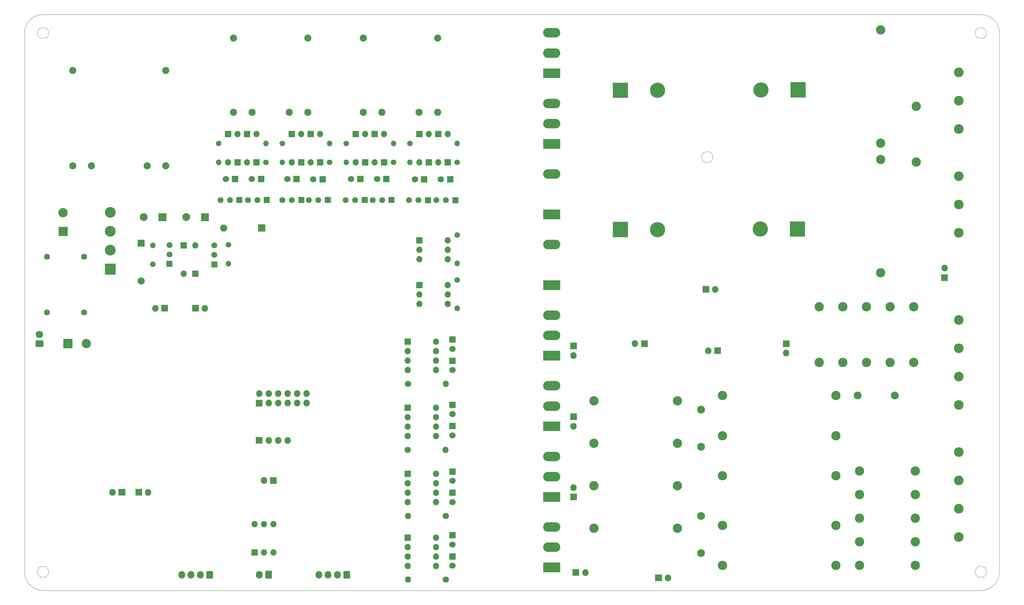
<source format=gbr>
%TF.GenerationSoftware,KiCad,Pcbnew,5.99.0-unknown-1f9723c~101~ubuntu18.04.1*%
%TF.CreationDate,2020-06-20T02:36:48+03:00*%
%TF.ProjectId,WaveUltrasonics,57617665-556c-4747-9261-736f6e696373,rev?*%
%TF.SameCoordinates,Original*%
%TF.FileFunction,Soldermask,Bot*%
%TF.FilePolarity,Negative*%
%FSLAX46Y46*%
G04 Gerber Fmt 4.6, Leading zero omitted, Abs format (unit mm)*
G04 Created by KiCad (PCBNEW 5.99.0-unknown-1f9723c~101~ubuntu18.04.1) date 2020-06-20 02:36:48*
%MOMM*%
%LPD*%
G01*
G04 APERTURE LIST*
%TA.AperFunction,Profile*%
%ADD10C,0.050000*%
%TD*%
%ADD11O,1.800000X1.800000*%
%ADD12C,1.624000*%
%ADD13C,1.900000*%
%ADD14O,1.700000X1.700000*%
%ADD15O,2.500000X2.500000*%
%ADD16C,2.500000*%
%ADD17O,1.500000X1.500000*%
%ADD18C,1.500000*%
%ADD19C,2.600000*%
%ADD20O,1.800000X2.050000*%
%ADD21O,1.800000X2.100000*%
%ADD22O,2.100000X1.800000*%
%ADD23C,2.100000*%
%ADD24C,4.100000*%
%ADD25C,1.600000*%
%ADD26C,1.700000*%
%ADD27O,4.600000X2.600000*%
%ADD28C,2.900000*%
%ADD29O,1.900000X1.900000*%
G04 APERTURE END LIST*
D10*
X246500000Y-96393000D02*
G75*
G03*
X246500000Y-96393000I-1500000J0D01*
G01*
X61500000Y-63000000D02*
G75*
G02*
X66500000Y-58000000I5000000J0D01*
G01*
X68000000Y-63000000D02*
G75*
G03*
X68000000Y-63000000I-1500000J0D01*
G01*
X68000000Y-208000000D02*
G75*
G03*
X68000000Y-208000000I-1500000J0D01*
G01*
X66500000Y-213000000D02*
G75*
G02*
X61500000Y-208000000I0J5000000D01*
G01*
X320000000Y-63000000D02*
G75*
G03*
X320000000Y-63000000I-1500000J0D01*
G01*
X320000000Y-208000000D02*
G75*
G03*
X320000000Y-208000000I-1500000J0D01*
G01*
X323500000Y-208000000D02*
G75*
G02*
X318500000Y-213000000I-5000000J0D01*
G01*
X318500000Y-58000000D02*
G75*
G02*
X323500000Y-63000000I0J-5000000D01*
G01*
X61500000Y-208000000D02*
X61500000Y-63000000D01*
X318500000Y-213000000D02*
X66500000Y-213000000D01*
X323500000Y-63000000D02*
X323500000Y-208000000D01*
X66500000Y-58000000D02*
X318500000Y-58000000D01*
D11*
%TO.C,J2*%
X137287000Y-160020000D03*
X137287000Y-162560000D03*
X134747000Y-160020000D03*
X134747000Y-162560000D03*
X132207000Y-160020000D03*
X132207000Y-162560000D03*
X129667000Y-160020000D03*
X129667000Y-162560000D03*
X127127000Y-160020000D03*
X127127000Y-162560000D03*
X124587000Y-160020000D03*
G36*
G01*
X125437000Y-163460000D02*
X123737000Y-163460000D01*
G75*
G02*
X123687000Y-163410000I0J50000D01*
G01*
X123687000Y-161710000D01*
G75*
G02*
X123737000Y-161660000I50000J0D01*
G01*
X125437000Y-161660000D01*
G75*
G02*
X125487000Y-161710000I0J-50000D01*
G01*
X125487000Y-163410000D01*
G75*
G02*
X125437000Y-163460000I-50000J0D01*
G01*
G37*
%TD*%
D12*
%TO.C,L1*%
X67517000Y-138183000D03*
X77517000Y-138183000D03*
X77517000Y-123183000D03*
X67517000Y-123183000D03*
%TD*%
D13*
%TO.C,T2*%
X74495000Y-98725250D03*
X79495000Y-98725250D03*
X94495000Y-98725250D03*
X99495000Y-98725250D03*
X99495000Y-73025250D03*
X74495000Y-73025250D03*
%TD*%
D14*
%TO.C,U15*%
X123317000Y-195135500D03*
X128397000Y-202755500D03*
X125857000Y-195135500D03*
X125857000Y-202755500D03*
X128397000Y-195135500D03*
G36*
G01*
X124117000Y-203605500D02*
X122517000Y-203605500D01*
G75*
G02*
X122467000Y-203555500I0J50000D01*
G01*
X122467000Y-201955500D01*
G75*
G02*
X122517000Y-201905500I50000J0D01*
G01*
X124117000Y-201905500D01*
G75*
G02*
X124167000Y-201955500I0J-50000D01*
G01*
X124167000Y-203555500D01*
G75*
G02*
X124117000Y-203605500I-50000J0D01*
G01*
G37*
%TD*%
D11*
%TO.C,TP14*%
X109982000Y-137033000D03*
G36*
G01*
X108292000Y-137933000D02*
X106592000Y-137933000D01*
G75*
G02*
X106542000Y-137883000I0J50000D01*
G01*
X106542000Y-136183000D01*
G75*
G02*
X106592000Y-136133000I50000J0D01*
G01*
X108292000Y-136133000D01*
G75*
G02*
X108342000Y-136183000I0J-50000D01*
G01*
X108342000Y-137883000D01*
G75*
G02*
X108292000Y-137933000I-50000J0D01*
G01*
G37*
%TD*%
%TO.C,TP13*%
X96647000Y-137033000D03*
G36*
G01*
X98337000Y-136133000D02*
X100037000Y-136133000D01*
G75*
G02*
X100087000Y-136183000I0J-50000D01*
G01*
X100087000Y-137883000D01*
G75*
G02*
X100037000Y-137933000I-50000J0D01*
G01*
X98337000Y-137933000D01*
G75*
G02*
X98287000Y-137883000I0J50000D01*
G01*
X98287000Y-136183000D01*
G75*
G02*
X98337000Y-136133000I50000J0D01*
G01*
G37*
%TD*%
D15*
%TO.C,R77*%
X249047000Y-171323000D03*
D16*
X279527000Y-171323000D03*
%TD*%
D15*
%TO.C,R76*%
X249047000Y-182118000D03*
D16*
X279527000Y-182118000D03*
%TD*%
D15*
%TO.C,R75*%
X249047000Y-160528000D03*
D16*
X279527000Y-160528000D03*
%TD*%
D15*
%TO.C,R74*%
X291592000Y-62103000D03*
D16*
X291592000Y-92583000D03*
%TD*%
D15*
%TO.C,R73*%
X291592000Y-127508000D03*
D16*
X291592000Y-97028000D03*
%TD*%
D17*
%TO.C,R2*%
X177800000Y-137033000D03*
D18*
X177800000Y-129413000D03*
%TD*%
D17*
%TO.C,R1*%
X177800000Y-124968000D03*
D18*
X177800000Y-117348000D03*
%TD*%
D19*
%TO.C,J10*%
X312547000Y-163068000D03*
X312547000Y-155448000D03*
X312547000Y-147828000D03*
X312547000Y-140208000D03*
%TD*%
%TO.C,J9*%
X312547000Y-198628000D03*
X312547000Y-191008000D03*
X312547000Y-183388000D03*
X312547000Y-175768000D03*
%TD*%
D20*
%TO.C,J8*%
X140582000Y-208788000D03*
X143082000Y-208788000D03*
X145582000Y-208788000D03*
G36*
G01*
X148982000Y-208027705D02*
X148982000Y-209548295D01*
G75*
G02*
X148717295Y-209813000I-264705J0D01*
G01*
X147446705Y-209813000D01*
G75*
G02*
X147182000Y-209548295I0J264705D01*
G01*
X147182000Y-208027705D01*
G75*
G02*
X147446705Y-207763000I264705J0D01*
G01*
X148717295Y-207763000D01*
G75*
G02*
X148982000Y-208027705I0J-264705D01*
G01*
G37*
%TD*%
D21*
%TO.C,J7*%
X124627000Y-208758000D03*
G36*
G01*
X128027000Y-207972705D02*
X128027000Y-209543295D01*
G75*
G02*
X127762295Y-209808000I-264705J0D01*
G01*
X126491705Y-209808000D01*
G75*
G02*
X126227000Y-209543295I0J264705D01*
G01*
X126227000Y-207972705D01*
G75*
G02*
X126491705Y-207708000I264705J0D01*
G01*
X127762295Y-207708000D01*
G75*
G02*
X128027000Y-207972705I0J-264705D01*
G01*
G37*
%TD*%
D20*
%TO.C,J6*%
X103752000Y-208788000D03*
X106252000Y-208788000D03*
X108752000Y-208788000D03*
G36*
G01*
X112152000Y-208027705D02*
X112152000Y-209548295D01*
G75*
G02*
X111887295Y-209813000I-264705J0D01*
G01*
X110616705Y-209813000D01*
G75*
G02*
X110352000Y-209548295I0J264705D01*
G01*
X110352000Y-208027705D01*
G75*
G02*
X110616705Y-207763000I264705J0D01*
G01*
X111887295Y-207763000D01*
G75*
G02*
X112152000Y-208027705I0J-264705D01*
G01*
G37*
%TD*%
D22*
%TO.C,J4*%
X65532000Y-144058000D03*
G36*
G01*
X66317295Y-147458000D02*
X64746705Y-147458000D01*
G75*
G02*
X64482000Y-147193295I0J264705D01*
G01*
X64482000Y-145922705D01*
G75*
G02*
X64746705Y-145658000I264705J0D01*
G01*
X66317295Y-145658000D01*
G75*
G02*
X66582000Y-145922705I0J-264705D01*
G01*
X66582000Y-147193295D01*
G75*
G02*
X66317295Y-147458000I-264705J0D01*
G01*
G37*
%TD*%
D16*
%TO.C,C76*%
X78152000Y-146558000D03*
G36*
G01*
X71902000Y-147758000D02*
X71902000Y-145358000D01*
G75*
G02*
X71952000Y-145308000I50000J0D01*
G01*
X74352000Y-145308000D01*
G75*
G02*
X74402000Y-145358000I0J-50000D01*
G01*
X74402000Y-147758000D01*
G75*
G02*
X74352000Y-147808000I-50000J0D01*
G01*
X71952000Y-147808000D01*
G75*
G02*
X71902000Y-147758000I0J50000D01*
G01*
G37*
%TD*%
D23*
%TO.C,C73*%
X285402000Y-160528000D03*
X295402000Y-160528000D03*
%TD*%
D16*
%TO.C,C72*%
X300877000Y-180848000D03*
X285877000Y-180848000D03*
%TD*%
D24*
%TO.C,C69*%
X259207000Y-115726000D03*
G36*
G01*
X271257000Y-113726000D02*
X271257000Y-117726000D01*
G75*
G02*
X271207000Y-117776000I-50000J0D01*
G01*
X267207000Y-117776000D01*
G75*
G02*
X267157000Y-117726000I0J50000D01*
G01*
X267157000Y-113726000D01*
G75*
G02*
X267207000Y-113676000I50000J0D01*
G01*
X271207000Y-113676000D01*
G75*
G02*
X271257000Y-113726000I0J-50000D01*
G01*
G37*
%TD*%
D16*
%TO.C,C35*%
X300877000Y-206248000D03*
X285877000Y-206248000D03*
%TD*%
%TO.C,C33*%
X300877000Y-199898000D03*
X285877000Y-199898000D03*
%TD*%
%TO.C,C31*%
X300877000Y-193548000D03*
X285877000Y-193548000D03*
%TD*%
%TO.C,C29*%
X300877000Y-187198000D03*
X285877000Y-187198000D03*
%TD*%
D11*
%TO.C,J5*%
X132207000Y-172593000D03*
X129667000Y-172593000D03*
X127127000Y-172593000D03*
G36*
G01*
X125437000Y-173493000D02*
X123737000Y-173493000D01*
G75*
G02*
X123687000Y-173443000I0J50000D01*
G01*
X123687000Y-171743000D01*
G75*
G02*
X123737000Y-171693000I50000J0D01*
G01*
X125437000Y-171693000D01*
G75*
G02*
X125487000Y-171743000I0J-50000D01*
G01*
X125487000Y-173443000D01*
G75*
G02*
X125437000Y-173493000I-50000J0D01*
G01*
G37*
%TD*%
D14*
%TO.C,U8*%
X172085000Y-146050000D03*
X164465000Y-153670000D03*
X172085000Y-148590000D03*
X164465000Y-151130000D03*
X172085000Y-151130000D03*
X164465000Y-148590000D03*
X172085000Y-153670000D03*
G36*
G01*
X163615000Y-146850000D02*
X163615000Y-145250000D01*
G75*
G02*
X163665000Y-145200000I50000J0D01*
G01*
X165265000Y-145200000D01*
G75*
G02*
X165315000Y-145250000I0J-50000D01*
G01*
X165315000Y-146850000D01*
G75*
G02*
X165265000Y-146900000I-50000J0D01*
G01*
X163665000Y-146900000D01*
G75*
G02*
X163615000Y-146850000I0J50000D01*
G01*
G37*
%TD*%
%TO.C,Q14*%
G36*
G01*
X118503000Y-107110000D02*
X120003000Y-107110000D01*
G75*
G02*
X120053000Y-107160000I0J-50000D01*
G01*
X120053000Y-108660000D01*
G75*
G02*
X120003000Y-108710000I-50000J0D01*
G01*
X118503000Y-108710000D01*
G75*
G02*
X118453000Y-108660000I0J50000D01*
G01*
X118453000Y-107160000D01*
G75*
G02*
X118503000Y-107110000I50000J0D01*
G01*
G37*
D25*
X114173000Y-107910000D03*
X116713000Y-107910000D03*
%TD*%
%TO.C,Q13*%
G36*
G01*
X125869000Y-107110000D02*
X127369000Y-107110000D01*
G75*
G02*
X127419000Y-107160000I0J-50000D01*
G01*
X127419000Y-108660000D01*
G75*
G02*
X127369000Y-108710000I-50000J0D01*
G01*
X125869000Y-108710000D01*
G75*
G02*
X125819000Y-108660000I0J50000D01*
G01*
X125819000Y-107160000D01*
G75*
G02*
X125869000Y-107110000I50000J0D01*
G01*
G37*
X121539000Y-107910000D03*
X124079000Y-107910000D03*
%TD*%
%TO.C,Q12*%
G36*
G01*
X135140000Y-107110000D02*
X136640000Y-107110000D01*
G75*
G02*
X136690000Y-107160000I0J-50000D01*
G01*
X136690000Y-108660000D01*
G75*
G02*
X136640000Y-108710000I-50000J0D01*
G01*
X135140000Y-108710000D01*
G75*
G02*
X135090000Y-108660000I0J50000D01*
G01*
X135090000Y-107160000D01*
G75*
G02*
X135140000Y-107110000I50000J0D01*
G01*
G37*
X130810000Y-107910000D03*
X133350000Y-107910000D03*
%TD*%
%TO.C,Q11*%
G36*
G01*
X142252000Y-107110000D02*
X143752000Y-107110000D01*
G75*
G02*
X143802000Y-107160000I0J-50000D01*
G01*
X143802000Y-108660000D01*
G75*
G02*
X143752000Y-108710000I-50000J0D01*
G01*
X142252000Y-108710000D01*
G75*
G02*
X142202000Y-108660000I0J50000D01*
G01*
X142202000Y-107160000D01*
G75*
G02*
X142252000Y-107110000I50000J0D01*
G01*
G37*
X137922000Y-107910000D03*
X140462000Y-107910000D03*
%TD*%
%TO.C,Q10*%
G36*
G01*
X152158000Y-107110000D02*
X153658000Y-107110000D01*
G75*
G02*
X153708000Y-107160000I0J-50000D01*
G01*
X153708000Y-108660000D01*
G75*
G02*
X153658000Y-108710000I-50000J0D01*
G01*
X152158000Y-108710000D01*
G75*
G02*
X152108000Y-108660000I0J50000D01*
G01*
X152108000Y-107160000D01*
G75*
G02*
X152158000Y-107110000I50000J0D01*
G01*
G37*
X147828000Y-107910000D03*
X150368000Y-107910000D03*
%TD*%
%TO.C,Q9*%
G36*
G01*
X159397000Y-107110000D02*
X160897000Y-107110000D01*
G75*
G02*
X160947000Y-107160000I0J-50000D01*
G01*
X160947000Y-108660000D01*
G75*
G02*
X160897000Y-108710000I-50000J0D01*
G01*
X159397000Y-108710000D01*
G75*
G02*
X159347000Y-108660000I0J50000D01*
G01*
X159347000Y-107160000D01*
G75*
G02*
X159397000Y-107110000I50000J0D01*
G01*
G37*
X155067000Y-107910000D03*
X157607000Y-107910000D03*
%TD*%
%TO.C,Q8*%
G36*
G01*
X169176000Y-107150000D02*
X170676000Y-107150000D01*
G75*
G02*
X170726000Y-107200000I0J-50000D01*
G01*
X170726000Y-108700000D01*
G75*
G02*
X170676000Y-108750000I-50000J0D01*
G01*
X169176000Y-108750000D01*
G75*
G02*
X169126000Y-108700000I0J50000D01*
G01*
X169126000Y-107200000D01*
G75*
G02*
X169176000Y-107150000I50000J0D01*
G01*
G37*
X164846000Y-107950000D03*
X167386000Y-107950000D03*
%TD*%
%TO.C,Q7*%
G36*
G01*
X176542000Y-107150000D02*
X178042000Y-107150000D01*
G75*
G02*
X178092000Y-107200000I0J-50000D01*
G01*
X178092000Y-108700000D01*
G75*
G02*
X178042000Y-108750000I-50000J0D01*
G01*
X176542000Y-108750000D01*
G75*
G02*
X176492000Y-108700000I0J50000D01*
G01*
X176492000Y-107200000D01*
G75*
G02*
X176542000Y-107150000I50000J0D01*
G01*
G37*
X172212000Y-107950000D03*
X174752000Y-107950000D03*
%TD*%
%TO.C,Q6*%
G36*
G01*
X101257000Y-124368250D02*
X101257000Y-125868250D01*
G75*
G02*
X101207000Y-125918250I-50000J0D01*
G01*
X99707000Y-125918250D01*
G75*
G02*
X99657000Y-125868250I0J50000D01*
G01*
X99657000Y-124368250D01*
G75*
G02*
X99707000Y-124318250I50000J0D01*
G01*
X101207000Y-124318250D01*
G75*
G02*
X101257000Y-124368250I0J-50000D01*
G01*
G37*
X100457000Y-120038250D03*
X100457000Y-122578250D03*
%TD*%
%TO.C,Q5*%
G36*
G01*
X113322000Y-124495250D02*
X113322000Y-125995250D01*
G75*
G02*
X113272000Y-126045250I-50000J0D01*
G01*
X111772000Y-126045250D01*
G75*
G02*
X111722000Y-125995250I0J50000D01*
G01*
X111722000Y-124495250D01*
G75*
G02*
X111772000Y-124445250I50000J0D01*
G01*
X113272000Y-124445250D01*
G75*
G02*
X113322000Y-124495250I0J-50000D01*
G01*
G37*
X112522000Y-120165250D03*
X112522000Y-122705250D03*
%TD*%
D11*
%TO.C,TP12*%
X125857000Y-183388000D03*
G36*
G01*
X127547000Y-182488000D02*
X129247000Y-182488000D01*
G75*
G02*
X129297000Y-182538000I0J-50000D01*
G01*
X129297000Y-184238000D01*
G75*
G02*
X129247000Y-184288000I-50000J0D01*
G01*
X127547000Y-184288000D01*
G75*
G02*
X127497000Y-184238000I0J50000D01*
G01*
X127497000Y-182538000D01*
G75*
G02*
X127547000Y-182488000I50000J0D01*
G01*
G37*
%TD*%
D16*
%TO.C,C38*%
X214482000Y-196215000D03*
X236982000Y-196215000D03*
%TD*%
%TO.C,C21*%
X214482000Y-173355000D03*
X236982000Y-173355000D03*
%TD*%
D24*
%TO.C,C3*%
X231615000Y-78388000D03*
G36*
G01*
X219565000Y-80388000D02*
X219565000Y-76388000D01*
G75*
G02*
X219615000Y-76338000I50000J0D01*
G01*
X223615000Y-76338000D01*
G75*
G02*
X223665000Y-76388000I0J-50000D01*
G01*
X223665000Y-80388000D01*
G75*
G02*
X223615000Y-80438000I-50000J0D01*
G01*
X219615000Y-80438000D01*
G75*
G02*
X219565000Y-80388000I0J50000D01*
G01*
G37*
%TD*%
%TO.C,C2*%
G36*
G01*
X271417000Y-76261000D02*
X271417000Y-80261000D01*
G75*
G02*
X271367000Y-80311000I-50000J0D01*
G01*
X267367000Y-80311000D01*
G75*
G02*
X267317000Y-80261000I0J50000D01*
G01*
X267317000Y-76261000D01*
G75*
G02*
X267367000Y-76211000I50000J0D01*
G01*
X271367000Y-76211000D01*
G75*
G02*
X271417000Y-76261000I0J-50000D01*
G01*
G37*
X259367000Y-78261000D03*
%TD*%
%TO.C,C1*%
X231615000Y-115853000D03*
G36*
G01*
X219565000Y-117853000D02*
X219565000Y-113853000D01*
G75*
G02*
X219615000Y-113803000I50000J0D01*
G01*
X223615000Y-113803000D01*
G75*
G02*
X223665000Y-113853000I0J-50000D01*
G01*
X223665000Y-117853000D01*
G75*
G02*
X223615000Y-117903000I-50000J0D01*
G01*
X219615000Y-117903000D01*
G75*
G02*
X219565000Y-117853000I0J50000D01*
G01*
G37*
%TD*%
D11*
%TO.C,TP11*%
X308737000Y-126238000D03*
G36*
G01*
X309637000Y-127928000D02*
X309637000Y-129628000D01*
G75*
G02*
X309587000Y-129678000I-50000J0D01*
G01*
X307887000Y-129678000D01*
G75*
G02*
X307837000Y-129628000I0J50000D01*
G01*
X307837000Y-127928000D01*
G75*
G02*
X307887000Y-127878000I50000J0D01*
G01*
X309587000Y-127878000D01*
G75*
G02*
X309637000Y-127928000I0J-50000D01*
G01*
G37*
%TD*%
%TO.C,TP10*%
X212217000Y-208153000D03*
G36*
G01*
X210527000Y-209053000D02*
X208827000Y-209053000D01*
G75*
G02*
X208777000Y-209003000I0J50000D01*
G01*
X208777000Y-207303000D01*
G75*
G02*
X208827000Y-207253000I50000J0D01*
G01*
X210527000Y-207253000D01*
G75*
G02*
X210577000Y-207303000I0J-50000D01*
G01*
X210577000Y-209003000D01*
G75*
G02*
X210527000Y-209053000I-50000J0D01*
G01*
G37*
%TD*%
%TO.C,TP9*%
X209042000Y-185293000D03*
G36*
G01*
X209942000Y-186983000D02*
X209942000Y-188683000D01*
G75*
G02*
X209892000Y-188733000I-50000J0D01*
G01*
X208192000Y-188733000D01*
G75*
G02*
X208142000Y-188683000I0J50000D01*
G01*
X208142000Y-186983000D01*
G75*
G02*
X208192000Y-186933000I50000J0D01*
G01*
X209892000Y-186933000D01*
G75*
G02*
X209942000Y-186983000I0J-50000D01*
G01*
G37*
%TD*%
%TO.C,TP8*%
X234417000Y-209583000D03*
G36*
G01*
X232727000Y-210483000D02*
X231027000Y-210483000D01*
G75*
G02*
X230977000Y-210433000I0J50000D01*
G01*
X230977000Y-208733000D01*
G75*
G02*
X231027000Y-208683000I50000J0D01*
G01*
X232727000Y-208683000D01*
G75*
G02*
X232777000Y-208733000I0J-50000D01*
G01*
X232777000Y-210433000D01*
G75*
G02*
X232727000Y-210483000I-50000J0D01*
G01*
G37*
%TD*%
%TO.C,TP7*%
X245237000Y-148463000D03*
G36*
G01*
X246927000Y-147563000D02*
X248627000Y-147563000D01*
G75*
G02*
X248677000Y-147613000I0J-50000D01*
G01*
X248677000Y-149313000D01*
G75*
G02*
X248627000Y-149363000I-50000J0D01*
G01*
X246927000Y-149363000D01*
G75*
G02*
X246877000Y-149313000I0J50000D01*
G01*
X246877000Y-147613000D01*
G75*
G02*
X246927000Y-147563000I50000J0D01*
G01*
G37*
%TD*%
%TO.C,TP6*%
X266192000Y-149098000D03*
G36*
G01*
X265292000Y-147408000D02*
X265292000Y-145708000D01*
G75*
G02*
X265342000Y-145658000I50000J0D01*
G01*
X267042000Y-145658000D01*
G75*
G02*
X267092000Y-145708000I0J-50000D01*
G01*
X267092000Y-147408000D01*
G75*
G02*
X267042000Y-147458000I-50000J0D01*
G01*
X265342000Y-147458000D01*
G75*
G02*
X265292000Y-147408000I0J50000D01*
G01*
G37*
%TD*%
%TO.C,TP5*%
X209042000Y-168783000D03*
G36*
G01*
X208142000Y-167093000D02*
X208142000Y-165393000D01*
G75*
G02*
X208192000Y-165343000I50000J0D01*
G01*
X209892000Y-165343000D01*
G75*
G02*
X209942000Y-165393000I0J-50000D01*
G01*
X209942000Y-167093000D01*
G75*
G02*
X209892000Y-167143000I-50000J0D01*
G01*
X208192000Y-167143000D01*
G75*
G02*
X208142000Y-167093000I0J50000D01*
G01*
G37*
%TD*%
%TO.C,TP4*%
X209042000Y-149733000D03*
G36*
G01*
X208142000Y-148043000D02*
X208142000Y-146343000D01*
G75*
G02*
X208192000Y-146293000I50000J0D01*
G01*
X209892000Y-146293000D01*
G75*
G02*
X209942000Y-146343000I0J-50000D01*
G01*
X209942000Y-148043000D01*
G75*
G02*
X209892000Y-148093000I-50000J0D01*
G01*
X208192000Y-148093000D01*
G75*
G02*
X208142000Y-148043000I0J50000D01*
G01*
G37*
%TD*%
%TO.C,TP3*%
X225552000Y-146558000D03*
G36*
G01*
X227242000Y-145658000D02*
X228942000Y-145658000D01*
G75*
G02*
X228992000Y-145708000I0J-50000D01*
G01*
X228992000Y-147408000D01*
G75*
G02*
X228942000Y-147458000I-50000J0D01*
G01*
X227242000Y-147458000D01*
G75*
G02*
X227192000Y-147408000I0J50000D01*
G01*
X227192000Y-145708000D01*
G75*
G02*
X227242000Y-145658000I50000J0D01*
G01*
G37*
%TD*%
%TO.C,TP2*%
X94742000Y-186563000D03*
G36*
G01*
X93052000Y-187463000D02*
X91352000Y-187463000D01*
G75*
G02*
X91302000Y-187413000I0J50000D01*
G01*
X91302000Y-185713000D01*
G75*
G02*
X91352000Y-185663000I50000J0D01*
G01*
X93052000Y-185663000D01*
G75*
G02*
X93102000Y-185713000I0J-50000D01*
G01*
X93102000Y-187413000D01*
G75*
G02*
X93052000Y-187463000I-50000J0D01*
G01*
G37*
%TD*%
%TO.C,TP1*%
X247142000Y-131953000D03*
G36*
G01*
X245452000Y-132853000D02*
X243752000Y-132853000D01*
G75*
G02*
X243702000Y-132803000I0J50000D01*
G01*
X243702000Y-131103000D01*
G75*
G02*
X243752000Y-131053000I50000J0D01*
G01*
X245452000Y-131053000D01*
G75*
G02*
X245502000Y-131103000I0J-50000D01*
G01*
X245502000Y-132803000D01*
G75*
G02*
X245452000Y-132853000I-50000J0D01*
G01*
G37*
%TD*%
D15*
%TO.C,R25*%
X249047000Y-195453000D03*
D16*
X279527000Y-195453000D03*
%TD*%
D15*
%TO.C,R19*%
X249047000Y-206248000D03*
D16*
X279527000Y-206248000D03*
%TD*%
D11*
%TO.C,JP1*%
X85142000Y-186563000D03*
G36*
G01*
X86832000Y-185663000D02*
X88532000Y-185663000D01*
G75*
G02*
X88582000Y-185713000I0J-50000D01*
G01*
X88582000Y-187413000D01*
G75*
G02*
X88532000Y-187463000I-50000J0D01*
G01*
X86832000Y-187463000D01*
G75*
G02*
X86782000Y-187413000I0J50000D01*
G01*
X86782000Y-185713000D01*
G75*
G02*
X86832000Y-185663000I50000J0D01*
G01*
G37*
%TD*%
D23*
%TO.C,C37*%
X243332000Y-202913000D03*
X243332000Y-192913000D03*
%TD*%
D16*
%TO.C,C34*%
X294132000Y-136638000D03*
X294132000Y-151638000D03*
%TD*%
%TO.C,C32*%
X281432000Y-136638000D03*
X281432000Y-151638000D03*
%TD*%
%TO.C,C30*%
X300482000Y-136638000D03*
X300482000Y-151638000D03*
%TD*%
%TO.C,C28*%
X287782000Y-136638000D03*
X287782000Y-151638000D03*
%TD*%
%TO.C,C27*%
X275082000Y-136638000D03*
X275082000Y-151638000D03*
%TD*%
%TO.C,C25*%
X301117000Y-82663000D03*
X301117000Y-97663000D03*
%TD*%
D23*
%TO.C,C23*%
X243332000Y-174338000D03*
X243332000Y-164338000D03*
%TD*%
D14*
%TO.C,U11*%
X172085000Y-198755000D03*
X164465000Y-206375000D03*
X172085000Y-201295000D03*
X164465000Y-203835000D03*
X172085000Y-203835000D03*
X164465000Y-201295000D03*
X172085000Y-206375000D03*
G36*
G01*
X163615000Y-199555000D02*
X163615000Y-197955000D01*
G75*
G02*
X163665000Y-197905000I50000J0D01*
G01*
X165265000Y-197905000D01*
G75*
G02*
X165315000Y-197955000I0J-50000D01*
G01*
X165315000Y-199555000D01*
G75*
G02*
X165265000Y-199605000I-50000J0D01*
G01*
X163665000Y-199605000D01*
G75*
G02*
X163615000Y-199555000I0J50000D01*
G01*
G37*
%TD*%
%TO.C,U10*%
X172085000Y-181610000D03*
X164465000Y-189230000D03*
X172085000Y-184150000D03*
X164465000Y-186690000D03*
X172085000Y-186690000D03*
X164465000Y-184150000D03*
X172085000Y-189230000D03*
G36*
G01*
X163615000Y-182410000D02*
X163615000Y-180810000D01*
G75*
G02*
X163665000Y-180760000I50000J0D01*
G01*
X165265000Y-180760000D01*
G75*
G02*
X165315000Y-180810000I0J-50000D01*
G01*
X165315000Y-182410000D01*
G75*
G02*
X165265000Y-182460000I-50000J0D01*
G01*
X163665000Y-182460000D01*
G75*
G02*
X163615000Y-182410000I0J50000D01*
G01*
G37*
%TD*%
%TO.C,U9*%
X172085000Y-163830000D03*
X164465000Y-171450000D03*
X172085000Y-166370000D03*
X164465000Y-168910000D03*
X172085000Y-168910000D03*
X164465000Y-166370000D03*
X172085000Y-171450000D03*
G36*
G01*
X163615000Y-164630000D02*
X163615000Y-163030000D01*
G75*
G02*
X163665000Y-162980000I50000J0D01*
G01*
X165265000Y-162980000D01*
G75*
G02*
X165315000Y-163030000I0J-50000D01*
G01*
X165315000Y-164630000D01*
G75*
G02*
X165265000Y-164680000I-50000J0D01*
G01*
X163665000Y-164680000D01*
G75*
G02*
X163615000Y-164630000I0J50000D01*
G01*
G37*
%TD*%
%TO.C,U2*%
X175260000Y-130810000D03*
X167640000Y-135890000D03*
X175260000Y-133350000D03*
X167640000Y-133350000D03*
X175260000Y-135890000D03*
G36*
G01*
X166790000Y-131610000D02*
X166790000Y-130010000D01*
G75*
G02*
X166840000Y-129960000I50000J0D01*
G01*
X168440000Y-129960000D01*
G75*
G02*
X168490000Y-130010000I0J-50000D01*
G01*
X168490000Y-131610000D01*
G75*
G02*
X168440000Y-131660000I-50000J0D01*
G01*
X166840000Y-131660000D01*
G75*
G02*
X166790000Y-131610000I0J50000D01*
G01*
G37*
%TD*%
%TO.C,U1*%
X175260000Y-118745000D03*
X167640000Y-123825000D03*
X175260000Y-121285000D03*
X167640000Y-121285000D03*
X175260000Y-123825000D03*
G36*
G01*
X166790000Y-119545000D02*
X166790000Y-117945000D01*
G75*
G02*
X166840000Y-117895000I50000J0D01*
G01*
X168440000Y-117895000D01*
G75*
G02*
X168490000Y-117945000I0J-50000D01*
G01*
X168490000Y-119545000D01*
G75*
G02*
X168440000Y-119595000I-50000J0D01*
G01*
X166840000Y-119595000D01*
G75*
G02*
X166790000Y-119545000I0J50000D01*
G01*
G37*
%TD*%
D13*
%TO.C,T4*%
X117635000Y-84295000D03*
X122635000Y-84295000D03*
X132635000Y-84295000D03*
X137635000Y-84295000D03*
X137635000Y-64295000D03*
X117635000Y-64295000D03*
%TD*%
%TO.C,T3*%
X152560000Y-84295000D03*
X157560000Y-84295000D03*
X167560000Y-84295000D03*
X172560000Y-84295000D03*
X172560000Y-64295000D03*
X152560000Y-64295000D03*
%TD*%
D17*
%TO.C,R46*%
X113665000Y-97750000D03*
D18*
X113665000Y-92670000D03*
%TD*%
D17*
%TO.C,R45*%
X126365000Y-92710000D03*
D18*
X126365000Y-97790000D03*
%TD*%
D17*
%TO.C,R44*%
X130810000Y-97750000D03*
D18*
X130810000Y-92670000D03*
%TD*%
D17*
%TO.C,R43*%
X143510000Y-92710000D03*
D18*
X143510000Y-97790000D03*
%TD*%
D17*
%TO.C,R42*%
X147955000Y-97750000D03*
D18*
X147955000Y-92670000D03*
%TD*%
D17*
%TO.C,R41*%
X160655000Y-92710000D03*
D18*
X160655000Y-97790000D03*
%TD*%
D17*
%TO.C,R40*%
X165100000Y-97790000D03*
D18*
X165100000Y-92710000D03*
%TD*%
D17*
%TO.C,R39*%
X177800000Y-92710000D03*
D18*
X177800000Y-97790000D03*
%TD*%
D17*
%TO.C,R38*%
X96012000Y-120165250D03*
D18*
X96012000Y-125245250D03*
%TD*%
D17*
%TO.C,R37*%
X116332000Y-125080000D03*
D18*
X116332000Y-120000000D03*
%TD*%
D14*
%TO.C,R32*%
X164592000Y-210058000D03*
D26*
X174752000Y-210058000D03*
%TD*%
D14*
%TO.C,R31*%
X164592000Y-192913000D03*
D26*
X174752000Y-192913000D03*
%TD*%
D14*
%TO.C,R15*%
X174625000Y-175133000D03*
D26*
X164465000Y-175133000D03*
%TD*%
D14*
%TO.C,R14*%
X174752000Y-157353000D03*
D26*
X164592000Y-157353000D03*
%TD*%
%TO.C,Q4*%
G36*
G01*
X205450000Y-208110000D02*
X200950000Y-208110000D01*
G75*
G02*
X200900000Y-208060000I0J50000D01*
G01*
X200900000Y-205560000D01*
G75*
G02*
X200950000Y-205510000I50000J0D01*
G01*
X205450000Y-205510000D01*
G75*
G02*
X205500000Y-205560000I0J-50000D01*
G01*
X205500000Y-208060000D01*
G75*
G02*
X205450000Y-208110000I-50000J0D01*
G01*
G37*
D27*
X203200000Y-201360000D03*
X203200000Y-195910000D03*
%TD*%
%TO.C,Q3*%
X203200000Y-176910000D03*
X203200000Y-182360000D03*
G36*
G01*
X205450000Y-189110000D02*
X200950000Y-189110000D01*
G75*
G02*
X200900000Y-189060000I0J50000D01*
G01*
X200900000Y-186560000D01*
G75*
G02*
X200950000Y-186510000I50000J0D01*
G01*
X205450000Y-186510000D01*
G75*
G02*
X205500000Y-186560000I0J-50000D01*
G01*
X205500000Y-189060000D01*
G75*
G02*
X205450000Y-189110000I-50000J0D01*
G01*
G37*
%TD*%
%TO.C,Q2*%
X203200000Y-157910000D03*
X203200000Y-163360000D03*
G36*
G01*
X205450000Y-170110000D02*
X200950000Y-170110000D01*
G75*
G02*
X200900000Y-170060000I0J50000D01*
G01*
X200900000Y-167560000D01*
G75*
G02*
X200950000Y-167510000I50000J0D01*
G01*
X205450000Y-167510000D01*
G75*
G02*
X205500000Y-167560000I0J-50000D01*
G01*
X205500000Y-170060000D01*
G75*
G02*
X205450000Y-170110000I-50000J0D01*
G01*
G37*
%TD*%
%TO.C,Q1*%
X203200000Y-138910000D03*
X203200000Y-144360000D03*
G36*
G01*
X205450000Y-151110000D02*
X200950000Y-151110000D01*
G75*
G02*
X200900000Y-151060000I0J50000D01*
G01*
X200900000Y-148560000D01*
G75*
G02*
X200950000Y-148510000I50000J0D01*
G01*
X205450000Y-148510000D01*
G75*
G02*
X205500000Y-148560000I0J-50000D01*
G01*
X205500000Y-151060000D01*
G75*
G02*
X205450000Y-151110000I-50000J0D01*
G01*
G37*
%TD*%
D19*
%TO.C,J3*%
X312547000Y-116713000D03*
X312547000Y-109093000D03*
X312547000Y-101473000D03*
%TD*%
%TO.C,J1*%
X312547000Y-88773000D03*
X312547000Y-81153000D03*
X312547000Y-73533000D03*
%TD*%
D14*
%TO.C,D25*%
X118745000Y-90170000D03*
G36*
G01*
X119545000Y-98640000D02*
X117945000Y-98640000D01*
G75*
G02*
X117895000Y-98590000I0J50000D01*
G01*
X117895000Y-96990000D01*
G75*
G02*
X117945000Y-96940000I50000J0D01*
G01*
X119545000Y-96940000D01*
G75*
G02*
X119595000Y-96990000I0J-50000D01*
G01*
X119595000Y-98590000D01*
G75*
G02*
X119545000Y-98640000I-50000J0D01*
G01*
G37*
%TD*%
%TO.C,D24*%
X121285000Y-97790000D03*
G36*
G01*
X120485000Y-89320000D02*
X122085000Y-89320000D01*
G75*
G02*
X122135000Y-89370000I0J-50000D01*
G01*
X122135000Y-90970000D01*
G75*
G02*
X122085000Y-91020000I-50000J0D01*
G01*
X120485000Y-91020000D01*
G75*
G02*
X120435000Y-90970000I0J50000D01*
G01*
X120435000Y-89370000D01*
G75*
G02*
X120485000Y-89320000I50000J0D01*
G01*
G37*
%TD*%
%TO.C,D23*%
X135890000Y-90130000D03*
G36*
G01*
X136690000Y-98600000D02*
X135090000Y-98600000D01*
G75*
G02*
X135040000Y-98550000I0J50000D01*
G01*
X135040000Y-96950000D01*
G75*
G02*
X135090000Y-96900000I50000J0D01*
G01*
X136690000Y-96900000D01*
G75*
G02*
X136740000Y-96950000I0J-50000D01*
G01*
X136740000Y-98550000D01*
G75*
G02*
X136690000Y-98600000I-50000J0D01*
G01*
G37*
%TD*%
%TO.C,D22*%
X138430000Y-97790000D03*
G36*
G01*
X137630000Y-89320000D02*
X139230000Y-89320000D01*
G75*
G02*
X139280000Y-89370000I0J-50000D01*
G01*
X139280000Y-90970000D01*
G75*
G02*
X139230000Y-91020000I-50000J0D01*
G01*
X137630000Y-91020000D01*
G75*
G02*
X137580000Y-90970000I0J50000D01*
G01*
X137580000Y-89370000D01*
G75*
G02*
X137630000Y-89320000I50000J0D01*
G01*
G37*
%TD*%
%TO.C,D21*%
X153035000Y-90170000D03*
G36*
G01*
X153835000Y-98640000D02*
X152235000Y-98640000D01*
G75*
G02*
X152185000Y-98590000I0J50000D01*
G01*
X152185000Y-96990000D01*
G75*
G02*
X152235000Y-96940000I50000J0D01*
G01*
X153835000Y-96940000D01*
G75*
G02*
X153885000Y-96990000I0J-50000D01*
G01*
X153885000Y-98590000D01*
G75*
G02*
X153835000Y-98640000I-50000J0D01*
G01*
G37*
%TD*%
%TO.C,D20*%
X155575000Y-97790000D03*
G36*
G01*
X154775000Y-89320000D02*
X156375000Y-89320000D01*
G75*
G02*
X156425000Y-89370000I0J-50000D01*
G01*
X156425000Y-90970000D01*
G75*
G02*
X156375000Y-91020000I-50000J0D01*
G01*
X154775000Y-91020000D01*
G75*
G02*
X154725000Y-90970000I0J50000D01*
G01*
X154725000Y-89370000D01*
G75*
G02*
X154775000Y-89320000I50000J0D01*
G01*
G37*
%TD*%
%TO.C,D19*%
X170180000Y-90170000D03*
G36*
G01*
X170980000Y-98640000D02*
X169380000Y-98640000D01*
G75*
G02*
X169330000Y-98590000I0J50000D01*
G01*
X169330000Y-96990000D01*
G75*
G02*
X169380000Y-96940000I50000J0D01*
G01*
X170980000Y-96940000D01*
G75*
G02*
X171030000Y-96990000I0J-50000D01*
G01*
X171030000Y-98590000D01*
G75*
G02*
X170980000Y-98640000I-50000J0D01*
G01*
G37*
%TD*%
%TO.C,D18*%
X172720000Y-97790000D03*
G36*
G01*
X171920000Y-89320000D02*
X173520000Y-89320000D01*
G75*
G02*
X173570000Y-89370000I0J-50000D01*
G01*
X173570000Y-90970000D01*
G75*
G02*
X173520000Y-91020000I-50000J0D01*
G01*
X171920000Y-91020000D01*
G75*
G02*
X171870000Y-90970000I0J50000D01*
G01*
X171870000Y-89370000D01*
G75*
G02*
X171920000Y-89320000I50000J0D01*
G01*
G37*
%TD*%
%TO.C,D17*%
X116205000Y-97750000D03*
G36*
G01*
X115405000Y-89280000D02*
X117005000Y-89280000D01*
G75*
G02*
X117055000Y-89330000I0J-50000D01*
G01*
X117055000Y-90930000D01*
G75*
G02*
X117005000Y-90980000I-50000J0D01*
G01*
X115405000Y-90980000D01*
G75*
G02*
X115355000Y-90930000I0J50000D01*
G01*
X115355000Y-89330000D01*
G75*
G02*
X115405000Y-89280000I50000J0D01*
G01*
G37*
%TD*%
%TO.C,D16*%
X123825000Y-90130000D03*
G36*
G01*
X124625000Y-98600000D02*
X123025000Y-98600000D01*
G75*
G02*
X122975000Y-98550000I0J50000D01*
G01*
X122975000Y-96950000D01*
G75*
G02*
X123025000Y-96900000I50000J0D01*
G01*
X124625000Y-96900000D01*
G75*
G02*
X124675000Y-96950000I0J-50000D01*
G01*
X124675000Y-98550000D01*
G75*
G02*
X124625000Y-98600000I-50000J0D01*
G01*
G37*
%TD*%
%TO.C,D15*%
X133350000Y-97750000D03*
G36*
G01*
X132550000Y-89280000D02*
X134150000Y-89280000D01*
G75*
G02*
X134200000Y-89330000I0J-50000D01*
G01*
X134200000Y-90930000D01*
G75*
G02*
X134150000Y-90980000I-50000J0D01*
G01*
X132550000Y-90980000D01*
G75*
G02*
X132500000Y-90930000I0J50000D01*
G01*
X132500000Y-89330000D01*
G75*
G02*
X132550000Y-89280000I50000J0D01*
G01*
G37*
%TD*%
%TO.C,D14*%
X140970000Y-90170000D03*
G36*
G01*
X141770000Y-98640000D02*
X140170000Y-98640000D01*
G75*
G02*
X140120000Y-98590000I0J50000D01*
G01*
X140120000Y-96990000D01*
G75*
G02*
X140170000Y-96940000I50000J0D01*
G01*
X141770000Y-96940000D01*
G75*
G02*
X141820000Y-96990000I0J-50000D01*
G01*
X141820000Y-98590000D01*
G75*
G02*
X141770000Y-98640000I-50000J0D01*
G01*
G37*
%TD*%
%TO.C,D13*%
X150495000Y-97750000D03*
G36*
G01*
X149695000Y-89280000D02*
X151295000Y-89280000D01*
G75*
G02*
X151345000Y-89330000I0J-50000D01*
G01*
X151345000Y-90930000D01*
G75*
G02*
X151295000Y-90980000I-50000J0D01*
G01*
X149695000Y-90980000D01*
G75*
G02*
X149645000Y-90930000I0J50000D01*
G01*
X149645000Y-89330000D01*
G75*
G02*
X149695000Y-89280000I50000J0D01*
G01*
G37*
%TD*%
%TO.C,D12*%
X158115000Y-90130000D03*
G36*
G01*
X158915000Y-98600000D02*
X157315000Y-98600000D01*
G75*
G02*
X157265000Y-98550000I0J50000D01*
G01*
X157265000Y-96950000D01*
G75*
G02*
X157315000Y-96900000I50000J0D01*
G01*
X158915000Y-96900000D01*
G75*
G02*
X158965000Y-96950000I0J-50000D01*
G01*
X158965000Y-98550000D01*
G75*
G02*
X158915000Y-98600000I-50000J0D01*
G01*
G37*
%TD*%
%TO.C,D11*%
X167640000Y-97790000D03*
G36*
G01*
X166840000Y-89320000D02*
X168440000Y-89320000D01*
G75*
G02*
X168490000Y-89370000I0J-50000D01*
G01*
X168490000Y-90970000D01*
G75*
G02*
X168440000Y-91020000I-50000J0D01*
G01*
X166840000Y-91020000D01*
G75*
G02*
X166790000Y-90970000I0J50000D01*
G01*
X166790000Y-89370000D01*
G75*
G02*
X166840000Y-89320000I50000J0D01*
G01*
G37*
%TD*%
%TO.C,D10*%
X175260000Y-90170000D03*
G36*
G01*
X176060000Y-98640000D02*
X174460000Y-98640000D01*
G75*
G02*
X174410000Y-98590000I0J50000D01*
G01*
X174410000Y-96990000D01*
G75*
G02*
X174460000Y-96940000I50000J0D01*
G01*
X176060000Y-96940000D01*
G75*
G02*
X176110000Y-96990000I0J-50000D01*
G01*
X176110000Y-98590000D01*
G75*
G02*
X176060000Y-98640000I-50000J0D01*
G01*
G37*
%TD*%
%TO.C,D9*%
X104267000Y-127785250D03*
G36*
G01*
X103467000Y-119315250D02*
X105067000Y-119315250D01*
G75*
G02*
X105117000Y-119365250I0J-50000D01*
G01*
X105117000Y-120965250D01*
G75*
G02*
X105067000Y-121015250I-50000J0D01*
G01*
X103467000Y-121015250D01*
G75*
G02*
X103417000Y-120965250I0J50000D01*
G01*
X103417000Y-119365250D01*
G75*
G02*
X103467000Y-119315250I50000J0D01*
G01*
G37*
%TD*%
%TO.C,D8*%
X107442000Y-120165250D03*
G36*
G01*
X108242000Y-128635250D02*
X106642000Y-128635250D01*
G75*
G02*
X106592000Y-128585250I0J50000D01*
G01*
X106592000Y-126985250D01*
G75*
G02*
X106642000Y-126935250I50000J0D01*
G01*
X108242000Y-126935250D01*
G75*
G02*
X108292000Y-126985250I0J-50000D01*
G01*
X108292000Y-128585250D01*
G75*
G02*
X108242000Y-128635250I-50000J0D01*
G01*
G37*
%TD*%
%TO.C,D7*%
G36*
G01*
X85982000Y-127965250D02*
X83182000Y-127965250D01*
G75*
G02*
X83132000Y-127915250I0J50000D01*
G01*
X83132000Y-125115250D01*
G75*
G02*
X83182000Y-125065250I50000J0D01*
G01*
X85982000Y-125065250D01*
G75*
G02*
X86032000Y-125115250I0J-50000D01*
G01*
X86032000Y-127915250D01*
G75*
G02*
X85982000Y-127965250I-50000J0D01*
G01*
G37*
D28*
X84582000Y-121435250D03*
X84582000Y-116355250D03*
X84582000Y-111275250D03*
%TD*%
D29*
%TO.C,D6*%
X92837000Y-129690250D03*
G36*
G01*
X91937000Y-118580250D02*
X93737000Y-118580250D01*
G75*
G02*
X93787000Y-118630250I0J-50000D01*
G01*
X93787000Y-120430250D01*
G75*
G02*
X93737000Y-120480250I-50000J0D01*
G01*
X91937000Y-120480250D01*
G75*
G02*
X91887000Y-120430250I0J50000D01*
G01*
X91887000Y-118630250D01*
G75*
G02*
X91937000Y-118580250I50000J0D01*
G01*
G37*
%TD*%
%TO.C,D5*%
X115062000Y-115443000D03*
G36*
G01*
X126172000Y-114543000D02*
X126172000Y-116343000D01*
G75*
G02*
X126122000Y-116393000I-50000J0D01*
G01*
X124322000Y-116393000D01*
G75*
G02*
X124272000Y-116343000I0J50000D01*
G01*
X124272000Y-114543000D01*
G75*
G02*
X124322000Y-114493000I50000J0D01*
G01*
X126122000Y-114493000D01*
G75*
G02*
X126172000Y-114543000I0J-50000D01*
G01*
G37*
%TD*%
D27*
%TO.C,D4*%
X203200000Y-119910000D03*
G36*
G01*
X205450000Y-132110000D02*
X200950000Y-132110000D01*
G75*
G02*
X200900000Y-132060000I0J50000D01*
G01*
X200900000Y-129560000D01*
G75*
G02*
X200950000Y-129510000I50000J0D01*
G01*
X205450000Y-129510000D01*
G75*
G02*
X205500000Y-129560000I0J-50000D01*
G01*
X205500000Y-132060000D01*
G75*
G02*
X205450000Y-132110000I-50000J0D01*
G01*
G37*
%TD*%
%TO.C,D3*%
X203200000Y-81910000D03*
X203200000Y-87360000D03*
G36*
G01*
X205450000Y-94110000D02*
X200950000Y-94110000D01*
G75*
G02*
X200900000Y-94060000I0J50000D01*
G01*
X200900000Y-91560000D01*
G75*
G02*
X200950000Y-91510000I50000J0D01*
G01*
X205450000Y-91510000D01*
G75*
G02*
X205500000Y-91560000I0J-50000D01*
G01*
X205500000Y-94060000D01*
G75*
G02*
X205450000Y-94110000I-50000J0D01*
G01*
G37*
%TD*%
%TO.C,D2*%
X203200000Y-100910000D03*
G36*
G01*
X205450000Y-113110000D02*
X200950000Y-113110000D01*
G75*
G02*
X200900000Y-113060000I0J50000D01*
G01*
X200900000Y-110560000D01*
G75*
G02*
X200950000Y-110510000I50000J0D01*
G01*
X205450000Y-110510000D01*
G75*
G02*
X205500000Y-110560000I0J-50000D01*
G01*
X205500000Y-113060000D01*
G75*
G02*
X205450000Y-113110000I-50000J0D01*
G01*
G37*
%TD*%
%TO.C,D1*%
X203200000Y-62910000D03*
X203200000Y-68360000D03*
G36*
G01*
X205450000Y-75110000D02*
X200950000Y-75110000D01*
G75*
G02*
X200900000Y-75060000I0J50000D01*
G01*
X200900000Y-72560000D01*
G75*
G02*
X200950000Y-72510000I50000J0D01*
G01*
X205450000Y-72510000D01*
G75*
G02*
X205500000Y-72560000I0J-50000D01*
G01*
X205500000Y-75060000D01*
G75*
G02*
X205450000Y-75110000I-50000J0D01*
G01*
G37*
%TD*%
D26*
%TO.C,C58*%
X115610000Y-102235000D03*
G36*
G01*
X118960000Y-101435000D02*
X118960000Y-103035000D01*
G75*
G02*
X118910000Y-103085000I-50000J0D01*
G01*
X117310000Y-103085000D01*
G75*
G02*
X117260000Y-103035000I0J50000D01*
G01*
X117260000Y-101435000D01*
G75*
G02*
X117310000Y-101385000I50000J0D01*
G01*
X118910000Y-101385000D01*
G75*
G02*
X118960000Y-101435000I0J-50000D01*
G01*
G37*
%TD*%
%TO.C,C57*%
X122595000Y-102235000D03*
G36*
G01*
X125945000Y-101435000D02*
X125945000Y-103035000D01*
G75*
G02*
X125895000Y-103085000I-50000J0D01*
G01*
X124295000Y-103085000D01*
G75*
G02*
X124245000Y-103035000I0J50000D01*
G01*
X124245000Y-101435000D01*
G75*
G02*
X124295000Y-101385000I50000J0D01*
G01*
X125895000Y-101385000D01*
G75*
G02*
X125945000Y-101435000I0J-50000D01*
G01*
G37*
%TD*%
%TO.C,C56*%
X132120000Y-102235000D03*
G36*
G01*
X135470000Y-101435000D02*
X135470000Y-103035000D01*
G75*
G02*
X135420000Y-103085000I-50000J0D01*
G01*
X133820000Y-103085000D01*
G75*
G02*
X133770000Y-103035000I0J50000D01*
G01*
X133770000Y-101435000D01*
G75*
G02*
X133820000Y-101385000I50000J0D01*
G01*
X135420000Y-101385000D01*
G75*
G02*
X135470000Y-101435000I0J-50000D01*
G01*
G37*
%TD*%
%TO.C,C55*%
X139105000Y-102362000D03*
G36*
G01*
X142455000Y-101562000D02*
X142455000Y-103162000D01*
G75*
G02*
X142405000Y-103212000I-50000J0D01*
G01*
X140805000Y-103212000D01*
G75*
G02*
X140755000Y-103162000I0J50000D01*
G01*
X140755000Y-101562000D01*
G75*
G02*
X140805000Y-101512000I50000J0D01*
G01*
X142405000Y-101512000D01*
G75*
G02*
X142455000Y-101562000I0J-50000D01*
G01*
G37*
%TD*%
%TO.C,C54*%
X149265000Y-102235000D03*
G36*
G01*
X152615000Y-101435000D02*
X152615000Y-103035000D01*
G75*
G02*
X152565000Y-103085000I-50000J0D01*
G01*
X150965000Y-103085000D01*
G75*
G02*
X150915000Y-103035000I0J50000D01*
G01*
X150915000Y-101435000D01*
G75*
G02*
X150965000Y-101385000I50000J0D01*
G01*
X152565000Y-101385000D01*
G75*
G02*
X152615000Y-101435000I0J-50000D01*
G01*
G37*
%TD*%
%TO.C,C53*%
X156250000Y-102235000D03*
G36*
G01*
X159600000Y-101435000D02*
X159600000Y-103035000D01*
G75*
G02*
X159550000Y-103085000I-50000J0D01*
G01*
X157950000Y-103085000D01*
G75*
G02*
X157900000Y-103035000I0J50000D01*
G01*
X157900000Y-101435000D01*
G75*
G02*
X157950000Y-101385000I50000J0D01*
G01*
X159550000Y-101385000D01*
G75*
G02*
X159600000Y-101435000I0J-50000D01*
G01*
G37*
%TD*%
%TO.C,C52*%
X166410000Y-102362000D03*
G36*
G01*
X169760000Y-101562000D02*
X169760000Y-103162000D01*
G75*
G02*
X169710000Y-103212000I-50000J0D01*
G01*
X168110000Y-103212000D01*
G75*
G02*
X168060000Y-103162000I0J50000D01*
G01*
X168060000Y-101562000D01*
G75*
G02*
X168110000Y-101512000I50000J0D01*
G01*
X169710000Y-101512000D01*
G75*
G02*
X169760000Y-101562000I0J-50000D01*
G01*
G37*
%TD*%
%TO.C,C51*%
X173395000Y-102362000D03*
G36*
G01*
X176745000Y-101562000D02*
X176745000Y-103162000D01*
G75*
G02*
X176695000Y-103212000I-50000J0D01*
G01*
X175095000Y-103212000D01*
G75*
G02*
X175045000Y-103162000I0J50000D01*
G01*
X175045000Y-101562000D01*
G75*
G02*
X175095000Y-101512000I50000J0D01*
G01*
X176695000Y-101512000D01*
G75*
G02*
X176745000Y-101562000I0J-50000D01*
G01*
G37*
%TD*%
D16*
%TO.C,C47*%
X71882000Y-111355250D03*
G36*
G01*
X73082000Y-117605250D02*
X70682000Y-117605250D01*
G75*
G02*
X70632000Y-117555250I0J50000D01*
G01*
X70632000Y-115155250D01*
G75*
G02*
X70682000Y-115105250I50000J0D01*
G01*
X73082000Y-115105250D01*
G75*
G02*
X73132000Y-115155250I0J-50000D01*
G01*
X73132000Y-117555250D01*
G75*
G02*
X73082000Y-117605250I-50000J0D01*
G01*
G37*
%TD*%
D23*
%TO.C,C46*%
X93552000Y-112545250D03*
G36*
G01*
X99602000Y-111545250D02*
X99602000Y-113545250D01*
G75*
G02*
X99552000Y-113595250I-50000J0D01*
G01*
X97552000Y-113595250D01*
G75*
G02*
X97502000Y-113545250I0J50000D01*
G01*
X97502000Y-111545250D01*
G75*
G02*
X97552000Y-111495250I50000J0D01*
G01*
X99552000Y-111495250D01*
G75*
G02*
X99602000Y-111545250I0J-50000D01*
G01*
G37*
%TD*%
%TO.C,C45*%
X104982000Y-112545250D03*
G36*
G01*
X111032000Y-111545250D02*
X111032000Y-113545250D01*
G75*
G02*
X110982000Y-113595250I-50000J0D01*
G01*
X108982000Y-113595250D01*
G75*
G02*
X108932000Y-113545250I0J50000D01*
G01*
X108932000Y-111545250D01*
G75*
G02*
X108982000Y-111495250I50000J0D01*
G01*
X110982000Y-111495250D01*
G75*
G02*
X111032000Y-111545250I0J-50000D01*
G01*
G37*
%TD*%
D26*
%TO.C,C44*%
X176530000Y-206335000D03*
G36*
G01*
X175730000Y-202985000D02*
X177330000Y-202985000D01*
G75*
G02*
X177380000Y-203035000I0J-50000D01*
G01*
X177380000Y-204635000D01*
G75*
G02*
X177330000Y-204685000I-50000J0D01*
G01*
X175730000Y-204685000D01*
G75*
G02*
X175680000Y-204635000I0J50000D01*
G01*
X175680000Y-203035000D01*
G75*
G02*
X175730000Y-202985000I50000J0D01*
G01*
G37*
%TD*%
%TO.C,C43*%
X176530000Y-200620000D03*
G36*
G01*
X175730000Y-197270000D02*
X177330000Y-197270000D01*
G75*
G02*
X177380000Y-197320000I0J-50000D01*
G01*
X177380000Y-198920000D01*
G75*
G02*
X177330000Y-198970000I-50000J0D01*
G01*
X175730000Y-198970000D01*
G75*
G02*
X175680000Y-198920000I0J50000D01*
G01*
X175680000Y-197320000D01*
G75*
G02*
X175730000Y-197270000I50000J0D01*
G01*
G37*
%TD*%
%TO.C,C42*%
X176530000Y-189190000D03*
G36*
G01*
X175730000Y-185840000D02*
X177330000Y-185840000D01*
G75*
G02*
X177380000Y-185890000I0J-50000D01*
G01*
X177380000Y-187490000D01*
G75*
G02*
X177330000Y-187540000I-50000J0D01*
G01*
X175730000Y-187540000D01*
G75*
G02*
X175680000Y-187490000I0J50000D01*
G01*
X175680000Y-185890000D01*
G75*
G02*
X175730000Y-185840000I50000J0D01*
G01*
G37*
%TD*%
%TO.C,C41*%
X176530000Y-183475000D03*
G36*
G01*
X175730000Y-180125000D02*
X177330000Y-180125000D01*
G75*
G02*
X177380000Y-180175000I0J-50000D01*
G01*
X177380000Y-181775000D01*
G75*
G02*
X177330000Y-181825000I-50000J0D01*
G01*
X175730000Y-181825000D01*
G75*
G02*
X175680000Y-181775000I0J50000D01*
G01*
X175680000Y-180175000D01*
G75*
G02*
X175730000Y-180125000I50000J0D01*
G01*
G37*
%TD*%
D16*
%TO.C,C36*%
X214482000Y-184785000D03*
X236982000Y-184785000D03*
%TD*%
%TO.C,C20*%
X214482000Y-161925000D03*
X236982000Y-161925000D03*
%TD*%
D26*
%TO.C,C19*%
X176530000Y-171251250D03*
G36*
G01*
X175730000Y-167901250D02*
X177330000Y-167901250D01*
G75*
G02*
X177380000Y-167951250I0J-50000D01*
G01*
X177380000Y-169551250D01*
G75*
G02*
X177330000Y-169601250I-50000J0D01*
G01*
X175730000Y-169601250D01*
G75*
G02*
X175680000Y-169551250I0J50000D01*
G01*
X175680000Y-167951250D01*
G75*
G02*
X175730000Y-167901250I50000J0D01*
G01*
G37*
%TD*%
%TO.C,C18*%
X176530000Y-165536250D03*
G36*
G01*
X175730000Y-162186250D02*
X177330000Y-162186250D01*
G75*
G02*
X177380000Y-162236250I0J-50000D01*
G01*
X177380000Y-163836250D01*
G75*
G02*
X177330000Y-163886250I-50000J0D01*
G01*
X175730000Y-163886250D01*
G75*
G02*
X175680000Y-163836250I0J50000D01*
G01*
X175680000Y-162236250D01*
G75*
G02*
X175730000Y-162186250I50000J0D01*
G01*
G37*
%TD*%
%TO.C,C17*%
X176530000Y-153670000D03*
G36*
G01*
X175730000Y-150320000D02*
X177330000Y-150320000D01*
G75*
G02*
X177380000Y-150370000I0J-50000D01*
G01*
X177380000Y-151970000D01*
G75*
G02*
X177330000Y-152020000I-50000J0D01*
G01*
X175730000Y-152020000D01*
G75*
G02*
X175680000Y-151970000I0J50000D01*
G01*
X175680000Y-150370000D01*
G75*
G02*
X175730000Y-150320000I50000J0D01*
G01*
G37*
%TD*%
%TO.C,C16*%
X176530000Y-147955000D03*
G36*
G01*
X175730000Y-144605000D02*
X177330000Y-144605000D01*
G75*
G02*
X177380000Y-144655000I0J-50000D01*
G01*
X177380000Y-146255000D01*
G75*
G02*
X177330000Y-146305000I-50000J0D01*
G01*
X175730000Y-146305000D01*
G75*
G02*
X175680000Y-146255000I0J50000D01*
G01*
X175680000Y-144655000D01*
G75*
G02*
X175730000Y-144605000I50000J0D01*
G01*
G37*
%TD*%
M02*

</source>
